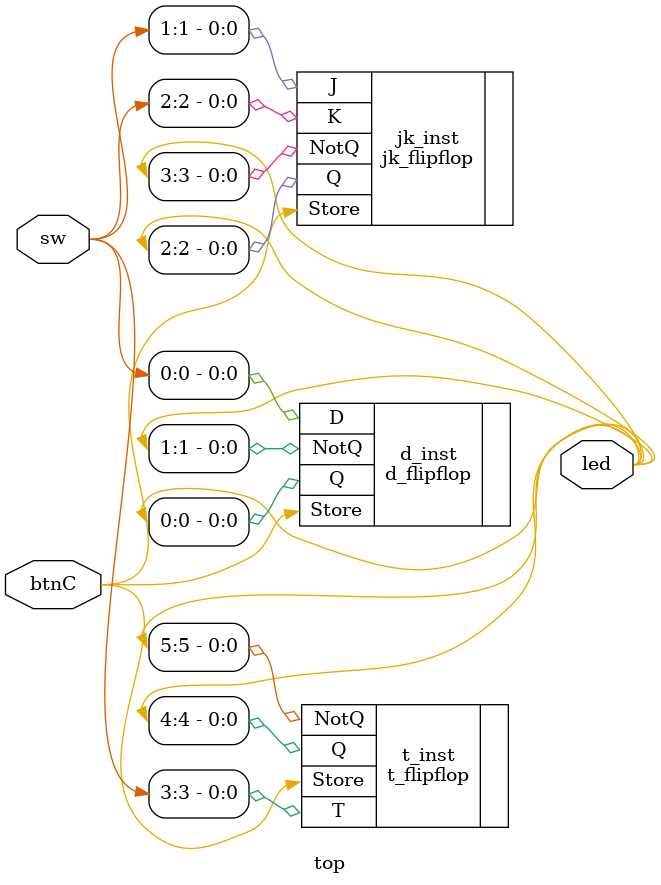
<source format=v>
module top(
    input [3:0] sw,
    input btnC,
    output [5:0] led   
);
    
    d_flipflop d_inst(
        .D(sw[0]),
        .Store(btnC),
        .Q(led[0]),
        .NotQ(led[1])
    );
    
    jk_flipflop jk_inst(
        .J(sw[1]),
        .K(sw[2]),
        .Store(btnC),
        .Q(led[2]),
        .NotQ(led[3])
    );
    
    t_flipflop t_inst(
        .T(sw[3]),
        .Store(btnC),
        .Q(led[4]),
        .NotQ(led[5])
    );
    
endmodule

</source>
